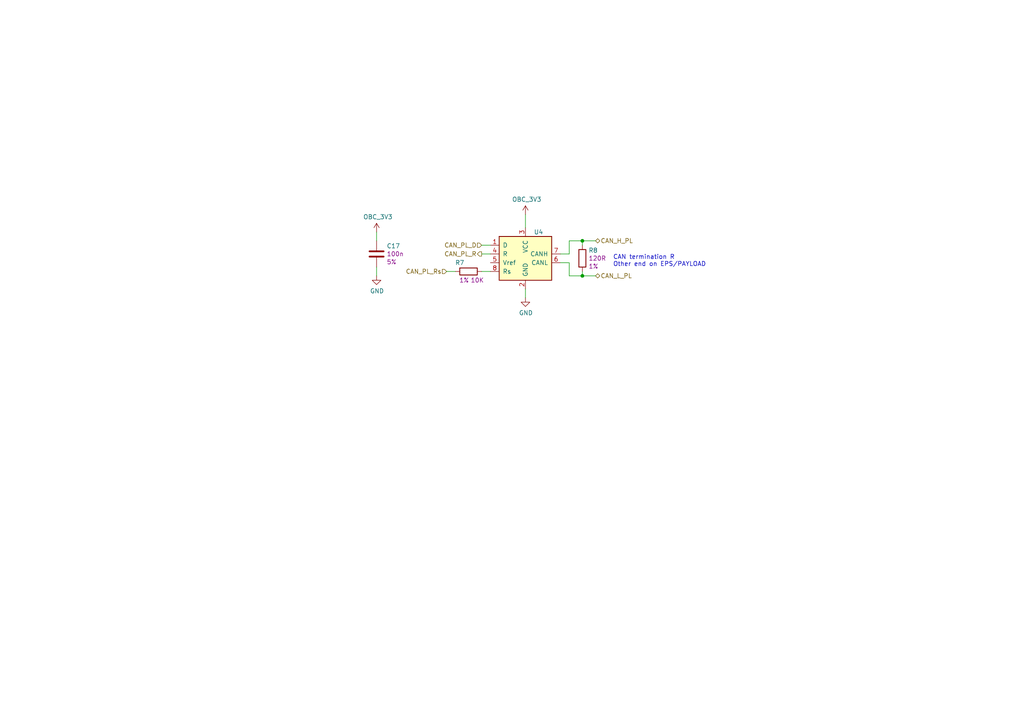
<source format=kicad_sch>
(kicad_sch (version 20211123) (generator eeschema)
  (paper "A4")
  (title_block (title "Singularity OBC - CAN Transceiver") (date "2021-09-20") (rev "PROTO_B_v04") (company "The Flame Trench") (comment 1 "Drawn by:  Ben Cartwright") (comment 2 "Status:  PROTOTYPE") (comment 3 "(c) The Flame Trench 2021") (comment 4 "Licenced under CERN OHLv2-Strong"))
  (lib_symbols
    (symbol "TFT_capacitors:100n-10V-0402-5%-CER" (pin_numbers hide) (pin_names (offset 0.254))
      (property "Reference" "C" (at 0.635 2.54 0))
      (property "NumVal" "100n" (at 2.54 -2.54 0))
      (property "Tolerance" "5%" (at 0 0 0))
      (symbol "100n-10V-0402-5%-CER_0_1"
        (polyline (pts (xy -2.032 -0.762) (xy 2.032 -0.762)) (stroke (width 0.508)))
        (polyline (pts (xy -2.032 0.762) (xy 2.032 0.762)) (stroke (width 0.508)))
      )
      (symbol "100n-10V-0402-5%-CER_1_1"
        (pin passive line (at 0 3.81 270) (length 2.794) (name "~") (number "1"))
        (pin passive line (at 0 -3.81 90) (length 2.794) (name "~") (number "2"))
      )
    )
    (symbol "TFT_interfaces:SN65HVD230M-EP" (pin_names (offset 1.016))
      (property "Reference" "U" (at -2.54 10.16 0))
      (property "Value" "SN65HVD230M-EP" (at -2.54 7.62 0))
      (symbol "SN65HVD230M-EP_0_1"
        (rectangle (start -7.62 5.08) (end 7.62 -7.62) (stroke (width 0.254)) (fill (type background)))
      )
      (symbol "SN65HVD230M-EP_1_1"
        (pin input line (at -10.16 2.54 0) (length 2.54) (name "D") (number "1"))
        (pin power_in line (at 0 -10.16 90) (length 2.54) (name "GND") (number "2"))
        (pin power_in line (at 0 7.62 270) (length 2.54) (name "VCC") (number "3"))
        (pin output line (at -10.16 0 0) (length 2.54) (name "R") (number "4"))
        (pin output line (at -10.16 -2.54 0) (length 2.54) (name "Vref") (number "5"))
        (pin bidirectional line (at 10.16 -2.54 180) (length 2.54) (name "CANL") (number "6"))
        (pin bidirectional line (at 10.16 0 180) (length 2.54) (name "CANH") (number "7"))
        (pin input line (at -10.16 -5.08 0) (length 2.54) (name "Rs") (number "8"))
      )
    )
    (symbol "TFT_power:OBC_3V3" (power) (pin_names (offset 0))
      (property "Value" "OBC_3V3" (at 0 3.556 0))
      (symbol "OBC_3V3_0_1"
        (polyline (pts (xy -0.762 1.27) (xy 0 2.54)))
        (polyline (pts (xy 0 0) (xy 0 2.54)))
        (polyline (pts (xy 0 2.54) (xy 0.762 1.27)))
      )
      (symbol "OBC_3V3_1_1"
        (pin power_in line (at 0 0 90) (length 0) hide (name "OBC_3V3") (number "1"))
      )
    )
    (symbol "TFT_resistors:10K-50V-0402-1%" (pin_numbers hide) (pin_names (offset 0))
      (property "Reference" "R" (at -2.54 0 90))
      (property "NumVal" "10K" (at 2.54 -1.27 90))
      (property "Tolerance" "1%" (at 2.54 3.81 90))
      (symbol "10K-50V-0402-1%_0_1"
        (rectangle (start -1.016 -2.54) (end 1.016 2.54) (stroke (width 0.254)))
      )
      (symbol "10K-50V-0402-1%_1_1"
        (pin passive line (at 0 3.81 270) (length 1.27) (name "~") (number "1"))
        (pin passive line (at 0 -3.81 90) (length 1.27) (name "~") (number "2"))
      )
    )
    (symbol "TFT_resistors:120R-50V-0402-1%" (pin_numbers hide) (pin_names (offset 0))
      (property "Reference" "R" (at -2.54 0 90))
      (property "NumVal" "120R" (at 2.54 -2.54 90))
      (property "Tolerance" "1%" (at 2.54 3.81 90))
      (symbol "120R-50V-0402-1%_0_1"
        (rectangle (start -1.016 -2.54) (end 1.016 2.54) (stroke (width 0.254)))
      )
      (symbol "120R-50V-0402-1%_1_1"
        (pin passive line (at 0 3.81 270) (length 1.27) (name "~") (number "1"))
        (pin passive line (at 0 -3.81 90) (length 1.27) (name "~") (number "2"))
      )
    )
    (symbol "power:GND" (power) (pin_names (offset 0))
      (property "Value" "GND" (at 0 -3.81 0))
      (symbol "GND_0_1"
        (polyline (pts (xy 0 0) (xy 0 -1.27) (xy 1.27 -1.27) (xy 0 -2.54) (xy -1.27 -1.27) (xy 0 -1.27)))
      )
      (symbol "GND_1_1"
        (pin power_in line (at 0 0 270) (length 0) hide (name "GND") (number "1"))
      )
    )
  )
  (junction (at 168.91 69.85))
  (junction (at 168.91 80.01))
  (wire (pts (xy 165.1 80.01) (xy 168.91 80.01)))
  (wire (pts (xy 165.1 76.2) (xy 162.56 76.2)))
  (wire (pts (xy 142.24 71.12) (xy 139.7 71.12)))
  (wire (pts (xy 165.1 76.2) (xy 165.1 80.01)))
  (wire (pts (xy 165.1 73.66) (xy 162.56 73.66)))
  (wire (pts (xy 168.91 78.74) (xy 168.91 80.01)))
  (wire (pts (xy 109.22 77.47) (xy 109.22 80.01)))
  (wire (pts (xy 168.91 69.85) (xy 168.91 71.12)))
  (wire (pts (xy 142.24 78.74) (xy 139.7 78.74)))
  (wire (pts (xy 152.4 66.04) (xy 152.4 62.23)))
  (wire (pts (xy 172.72 69.85) (xy 168.91 69.85)))
  (wire (pts (xy 142.24 73.66) (xy 139.7 73.66)))
  (wire (pts (xy 132.08 78.74) (xy 129.54 78.74)))
  (wire (pts (xy 165.1 69.85) (xy 165.1 73.66)))
  (wire (pts (xy 109.22 67.31) (xy 109.22 69.85)))
  (wire (pts (xy 168.91 80.01) (xy 172.72 80.01)))
  (wire (pts (xy 168.91 69.85) (xy 165.1 69.85)))
  (wire (pts (xy 152.4 86.36) (xy 152.4 83.82)))
  (text "CAN termination R\nOther end on EPS/PAYLOAD" (at 177.8 77.47 0) (effects (font (size 1.27 1.27)) (justify left bottom)))
  (hierarchical_label "CAN_PL_D" (shape input) (at 139.7 71.12 180))
  (hierarchical_label "CAN_H_PL" (shape bidirectional) (at 172.72 69.85 0))
  (hierarchical_label "CAN_L_PL" (shape bidirectional) (at 172.72 80.01 0))
  (hierarchical_label "CAN_PL_Rs" (shape input) (at 129.54 78.74 180))
  (hierarchical_label "CAN_PL_R" (shape output) (at 139.7 73.66 180))
  (symbol (lib_id "TFT_interfaces:SN65HVD230M-EP") (at 152.4 73.66 0) (unit 1)
    (property "Reference" "U4" (at 156.21 67.31 0))
    (property "Datasheet" "https://www.ti.com/lit/ds/symlink/sn65hvd230m-ep.pdf" (effects hide))
  )
  (symbol (lib_id "TFT_power:OBC_3V3") (at 152.4 62.23 0) (unit 1)
    (property "Reference" "#PWR045" (effects hide))
  )
  (symbol (lib_id "power:GND") (at 152.4 86.36 0) (unit 1)
    (property "Reference" "#PWR046" (effects hide))
  )
  (symbol (lib_id "TFT_power:OBC_3V3") (at 109.22 67.31 0) (unit 1)
    (property "Reference" "#PWR043" (effects hide))
  )
  (symbol (lib_id "power:GND") (at 109.22 80.01 0) (unit 1)
    (property "Reference" "#PWR044" (effects hide))
  )
  (symbol (lib_id "TFT_capacitors:100n-10V-0402-5%-CER") (at 109.22 73.66 0) (unit 1)
    (property "Reference" "C17" (at 112.141 71.3486 0) (effects (justify left)))
    (property "Datasheet" "https://api.kemet.com/component-edge/download/specsheet/C0402C104J8RACAUTO.pdf" (effects hide))
    (property "NumVal" "100n" (at 112.141 73.66 0) (effects (justify left)))
    (property "PartNumber" "C0402C104J8RACAUTO" (effects hide))
    (property "Description" "SMD Multilayer Ceramic Capacitor, 0.1 µF, 10 V, 0402 [1005 Metric], ± 5%, X7R, C Series KEMET" (effects hide))
    (property "Tolerance" "5%" (at 112.141 75.9714 0) (effects (justify left)))
    (property "Vmax" "10V" (effects hide))
    (property "Manufacturer" "Kemet" (effects hide))
    (property "OrderNumber" "Farnell:      2904530RL " (effects hide))
  )
  (symbol (lib_id "TFT_resistors:10K-50V-0402-1%") (at 135.89 78.74 90) (unit 1)
    (property "Reference" "R7" (at 133.35 76.2 90))
    (property "Datasheet" "http://www.farnell.com/datasheets/2714353.pdf" (effects hide))
    (property "NumVal" "10K" (at 138.43 81.28 90))
    (property "PartNumber" "CRCW040210K0FKED" (effects hide))
    (property "Description" "SMD Chip Resistor, 10 kohm, ± 1%, 62.5 mW, 0402 [1005 Metric], Thick Film, General Purpose" (effects hide))
    (property "Tolerance" "1%" (at 134.62 81.28 90))
    (property "Vmax" "50V" (effects hide))
    (property "Manufacturer" "Vishay" (effects hide))
    (property "OrderNumber" "Farnell:      1469669 " (effects hide))
  )
  (symbol (lib_id "TFT_resistors:120R-50V-0402-1%") (at 168.91 74.93 0) (unit 1)
    (property "Reference" "R8" (at 170.688 72.6186 0) (effects (justify left)))
    (property "Datasheet" "http://www.farnell.com/datasheets/2339608.pdf" (effects hide))
    (property "NumVal" "120R" (at 170.688 74.93 0) (effects (justify left)))
    (property "PartNumber" "CRCW0402120RFKED" (effects hide))
    (property "Description" "SMD Chip Resistor, 120 ohm, ± 1%, 200 mW, 0402 [1005 Metric], Thick Film, Pulse Proof, High Power" (effects hide))
    (property "Tolerance" "1%" (at 170.688 77.2414 0) (effects (justify left)))
    (property "Vmax" "50V" (effects hide))
    (property "Manufacturer" "Vishay" (effects hide))
    (property "OrderNumber" "Farnell:      1738838 " (effects hide))
  )
)
</source>
